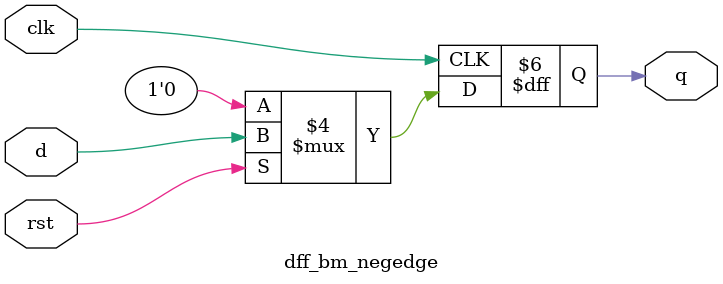
<source format=v>
module dff_bm_negedge (input clk,d,rst,output reg q );
	always @ (posedge clk)
	begin
		if(!rst)
			q<=1'b0;
		else
			q<=d;
	end	
endmodule 
</source>
